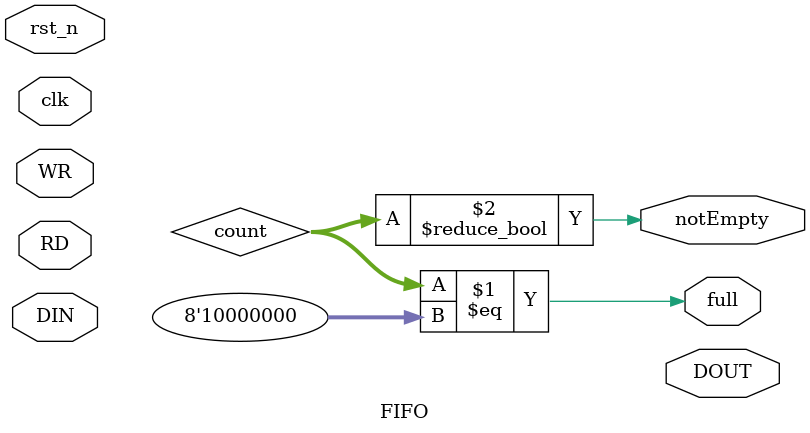
<source format=v>
module FIFO
#(
    parameter BUS_WIDTH = 7,
    parameter DATA_WIDTH = 8
)
(
    input clk,
    input rst_n,
    input RD,
    input WR,
    input [DATA_WIDTH-1:0] DIN,
    output [DATA_WIDTH-1:0] DOUT,
    output full,
    output notEmpty
);



reg [BUS_WIDTH-1:0] writeCnt;
reg [BUS_WIDTH-1:0] readCnt;
reg [BUS_WIDTH:0] count;

assign full = count == (2**BUS_WIDTH);
assign notEmpty = count != 0;

endmodule
</source>
